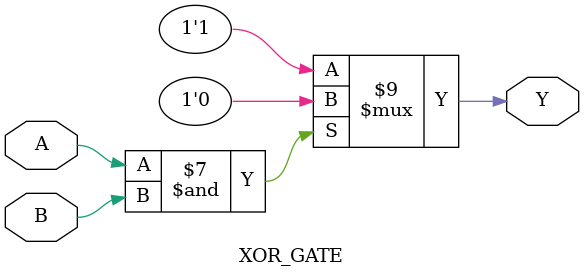
<source format=v>
module XOR_GATE (output reg Y, input A, B);          //declaring the module
always @ (A or B) begin
    if (A == 1'b0 & B == 1'b0) begin                 //states that if both A and B are 0
        Y = 1'b0;                                    //then Y has to be 0
   end   
   if (A == 1'b1 & B == 1'b1) begin                  //states that if both A and B are 1
       Y = 1'b0;                                     //then Y has to be 0
   end    
   else 
       Y = 1'b1; 
 end
endmodule                                           //used to terminate the module
</source>
